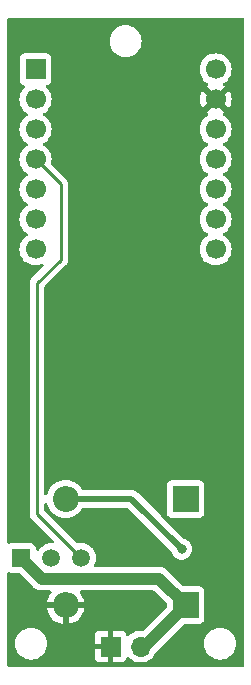
<source format=gbr>
%TF.GenerationSoftware,KiCad,Pcbnew,7.0.9*%
%TF.CreationDate,2024-09-19T11:25:21-04:00*%
%TF.ProjectId,Module_PCB,4d6f6475-6c65-45f5-9043-422e6b696361,rev?*%
%TF.SameCoordinates,Original*%
%TF.FileFunction,Copper,L2,Bot*%
%TF.FilePolarity,Positive*%
%FSLAX46Y46*%
G04 Gerber Fmt 4.6, Leading zero omitted, Abs format (unit mm)*
G04 Created by KiCad (PCBNEW 7.0.9) date 2024-09-19 11:25:21*
%MOMM*%
%LPD*%
G01*
G04 APERTURE LIST*
%TA.AperFunction,ComponentPad*%
%ADD10R,2.200000X2.200000*%
%TD*%
%TA.AperFunction,ComponentPad*%
%ADD11O,2.200000X2.200000*%
%TD*%
%TA.AperFunction,ComponentPad*%
%ADD12R,1.500000X1.500000*%
%TD*%
%TA.AperFunction,ComponentPad*%
%ADD13C,1.500000*%
%TD*%
%TA.AperFunction,ComponentPad*%
%ADD14R,1.700000X1.700000*%
%TD*%
%TA.AperFunction,ComponentPad*%
%ADD15O,1.700000X1.700000*%
%TD*%
%TA.AperFunction,ComponentPad*%
%ADD16C,1.700000*%
%TD*%
%TA.AperFunction,ViaPad*%
%ADD17C,0.800000*%
%TD*%
%TA.AperFunction,Conductor*%
%ADD18C,0.500000*%
%TD*%
%TA.AperFunction,Conductor*%
%ADD19C,1.000000*%
%TD*%
%TA.AperFunction,Conductor*%
%ADD20C,0.250000*%
%TD*%
G04 APERTURE END LIST*
D10*
%TO.P,D1,1,K*%
%TO.N,Net-(D1-K)*%
X15080000Y-40750000D03*
D11*
%TO.P,D1,2,A*%
%TO.N,5V*%
X4920000Y-40750000D03*
%TD*%
D12*
%TO.P,Q1,1,E*%
%TO.N,Net-(D2-K)*%
X1170000Y-45750000D03*
D13*
%TO.P,Q1,2,C*%
%TO.N,5V*%
X3710000Y-45750000D03*
%TO.P,Q1,3,B*%
%TO.N,VALVE*%
X6250000Y-45750000D03*
%TD*%
D14*
%TO.P,J3,1,Pin_1*%
%TO.N,GND*%
X8725000Y-53250000D03*
D15*
%TO.P,J3,2,Pin_2*%
%TO.N,Net-(D2-K)*%
X11265000Y-53250000D03*
%TD*%
D10*
%TO.P,D2,1,K*%
%TO.N,Net-(D2-K)*%
X15080000Y-49750000D03*
D11*
%TO.P,D2,2,A*%
%TO.N,GND*%
X4920000Y-49750000D03*
%TD*%
D14*
%TO.P,U1,1,PA02_A0_D0*%
%TO.N,unconnected-(U1-PA02_A0_D0-Pad1)*%
X2375000Y-4380000D03*
D16*
%TO.P,U1,2,PA4_A1_D1*%
%TO.N,unconnected-(U1-PA4_A1_D1-Pad2)*%
X2375000Y-6920000D03*
%TO.P,U1,3,PA10_A2_D2*%
%TO.N,unconnected-(U1-PA10_A2_D2-Pad3)*%
X2375000Y-9460000D03*
%TO.P,U1,4,PA11_A3_D3*%
%TO.N,VALVE*%
X2375000Y-12000000D03*
%TO.P,U1,5,PA8_A4_D4_SDA*%
%TO.N,SDA*%
X2375000Y-14540000D03*
%TO.P,U1,6,PA9_A5_D5_SCL*%
%TO.N,SCL*%
X2375000Y-17080000D03*
%TO.P,U1,7,PB08_A6_D6_TX*%
%TO.N,unconnected-(U1-PB08_A6_D6_TX-Pad7)*%
X2375000Y-19620000D03*
%TO.P,U1,8,PB09_A7_D7_RX*%
%TO.N,unconnected-(U1-PB09_A7_D7_RX-Pad8)*%
X17625000Y-19620000D03*
%TO.P,U1,9,PA7_A8_D8_SCK*%
%TO.N,unconnected-(U1-PA7_A8_D8_SCK-Pad9)*%
X17625000Y-17080000D03*
%TO.P,U1,10,PA5_A9_D9_MISO*%
%TO.N,D9_BUFFERED*%
X17625000Y-14540000D03*
%TO.P,U1,11,PA6_A10_D10_MOSI*%
%TO.N,D10_BUFFERED*%
X17625000Y-12000000D03*
%TO.P,U1,12,3V3*%
%TO.N,unconnected-(U1-3V3-Pad12)*%
X17625000Y-9460000D03*
%TO.P,U1,13,GND*%
%TO.N,GND*%
X17625000Y-6920000D03*
%TO.P,U1,14,5V*%
%TO.N,Net-(D1-K)*%
X17625000Y-4380000D03*
%TD*%
D17*
%TO.N,5V*%
X14750000Y-45000000D03*
%TO.N,GND*%
X5000000Y-2500000D03*
X17500000Y-50000000D03*
X12500000Y-12500000D03*
X17500000Y-22500000D03*
X12500000Y-22500000D03*
X15000000Y-2500000D03*
X17500000Y-32500000D03*
X7500000Y-22500000D03*
X2500000Y-49750000D03*
X7000000Y-42500000D03*
X5000000Y-12500000D03*
X12500000Y-32500000D03*
%TD*%
D18*
%TO.N,5V*%
X14750000Y-45000000D02*
X10500000Y-40750000D01*
X10500000Y-40750000D02*
X4920000Y-40750000D01*
D19*
%TO.N,Net-(D2-K)*%
X12830000Y-47500000D02*
X15080000Y-49750000D01*
X2920000Y-47500000D02*
X12830000Y-47500000D01*
X11580000Y-53250000D02*
X15080000Y-49750000D01*
D18*
X15080000Y-49750000D02*
X14765000Y-49750000D01*
D19*
X1170000Y-45750000D02*
X2920000Y-47500000D01*
X11265000Y-53250000D02*
X11580000Y-53250000D01*
D20*
%TO.N,VALVE*%
X2500000Y-22500000D02*
X2500000Y-42000000D01*
X2500000Y-42000000D02*
X6250000Y-45750000D01*
X4500000Y-20500000D02*
X2500000Y-22500000D01*
X2375000Y-12000000D02*
X4500000Y-14125000D01*
X4500000Y-14125000D02*
X4500000Y-20500000D01*
%TD*%
%TA.AperFunction,Conductor*%
%TO.N,GND*%
G36*
X19942539Y-20185D02*
G01*
X19988294Y-72989D01*
X19999500Y-124500D01*
X19999500Y-54875500D01*
X19979815Y-54942539D01*
X19927011Y-54988294D01*
X19875500Y-54999500D01*
X124500Y-54999500D01*
X57461Y-54979815D01*
X11706Y-54927011D01*
X500Y-54875500D01*
X500Y-53000000D01*
X644341Y-53000000D01*
X664936Y-53235403D01*
X664938Y-53235413D01*
X726094Y-53463655D01*
X726096Y-53463659D01*
X726097Y-53463663D01*
X776031Y-53570746D01*
X825964Y-53677828D01*
X825965Y-53677830D01*
X961505Y-53871402D01*
X1128597Y-54038494D01*
X1322169Y-54174034D01*
X1322171Y-54174035D01*
X1536337Y-54273903D01*
X1764592Y-54335063D01*
X1941034Y-54350500D01*
X2058966Y-54350500D01*
X2235408Y-54335063D01*
X2463663Y-54273903D01*
X2677829Y-54174035D01*
X2871401Y-54038495D01*
X3038495Y-53871401D01*
X3174035Y-53677830D01*
X3273903Y-53463663D01*
X3335063Y-53235408D01*
X3355659Y-53000000D01*
X3335063Y-52764592D01*
X3273903Y-52536337D01*
X3174035Y-52322171D01*
X3174034Y-52322169D01*
X3038494Y-52128597D01*
X2871402Y-51961505D01*
X2677830Y-51825965D01*
X2677828Y-51825964D01*
X2570746Y-51776031D01*
X2463663Y-51726097D01*
X2463659Y-51726096D01*
X2463655Y-51726094D01*
X2235413Y-51664938D01*
X2235403Y-51664936D01*
X2058966Y-51649500D01*
X1941034Y-51649500D01*
X1764596Y-51664936D01*
X1764586Y-51664938D01*
X1536344Y-51726094D01*
X1536335Y-51726098D01*
X1322171Y-51825964D01*
X1322169Y-51825965D01*
X1128597Y-51961505D01*
X961506Y-52128597D01*
X961501Y-52128604D01*
X825967Y-52322165D01*
X825965Y-52322169D01*
X726098Y-52536335D01*
X726094Y-52536344D01*
X664938Y-52764586D01*
X664936Y-52764596D01*
X644341Y-52999999D01*
X644341Y-53000000D01*
X500Y-53000000D01*
X500Y-47056045D01*
X20185Y-46989006D01*
X72989Y-46943251D01*
X142147Y-46933307D01*
X168804Y-46942184D01*
X169359Y-46940697D01*
X234677Y-46965058D01*
X312517Y-46994091D01*
X372127Y-47000500D01*
X954216Y-47000499D01*
X1021255Y-47020183D01*
X1041897Y-47036818D01*
X2203566Y-48198487D01*
X2264938Y-48263050D01*
X2264941Y-48263053D01*
X2315281Y-48298092D01*
X2319043Y-48300928D01*
X2366587Y-48339694D01*
X2366590Y-48339695D01*
X2366593Y-48339698D01*
X2397045Y-48355604D01*
X2403758Y-48359672D01*
X2431951Y-48379295D01*
X2488329Y-48403489D01*
X2492578Y-48405507D01*
X2546951Y-48433909D01*
X2574489Y-48441788D01*
X2579974Y-48443358D01*
X2587368Y-48445990D01*
X2618942Y-48459540D01*
X2618945Y-48459540D01*
X2618946Y-48459541D01*
X2679022Y-48471887D01*
X2683600Y-48473010D01*
X2697501Y-48476987D01*
X2742582Y-48489887D01*
X2776839Y-48492495D01*
X2784614Y-48493586D01*
X2818255Y-48500500D01*
X2818259Y-48500500D01*
X2879599Y-48500500D01*
X2884305Y-48500678D01*
X2919063Y-48503325D01*
X2945476Y-48505337D01*
X2945476Y-48505336D01*
X2945477Y-48505337D01*
X2979560Y-48500996D01*
X2987390Y-48500500D01*
X3614057Y-48500500D01*
X3681096Y-48520185D01*
X3726851Y-48572989D01*
X3736795Y-48642147D01*
X3708347Y-48705032D01*
X3621571Y-48806632D01*
X3621568Y-48806637D01*
X3489980Y-49021368D01*
X3393603Y-49254043D01*
X3334811Y-49498932D01*
X3334728Y-49499999D01*
X3334729Y-49500000D01*
X4425148Y-49500000D01*
X4376441Y-49637047D01*
X4366123Y-49787886D01*
X4396884Y-49935915D01*
X4430090Y-50000000D01*
X3334728Y-50000000D01*
X3334811Y-50001067D01*
X3393603Y-50245956D01*
X3489980Y-50478631D01*
X3621568Y-50693362D01*
X3621571Y-50693367D01*
X3785130Y-50884869D01*
X3976632Y-51048428D01*
X3976637Y-51048431D01*
X4191368Y-51180019D01*
X4424043Y-51276396D01*
X4668932Y-51335188D01*
X4669999Y-51335271D01*
X4670000Y-51335271D01*
X4670000Y-50241683D01*
X4698819Y-50259209D01*
X4844404Y-50300000D01*
X4957622Y-50300000D01*
X5069783Y-50284584D01*
X5170000Y-50241053D01*
X5170000Y-51335271D01*
X5171067Y-51335188D01*
X5415956Y-51276396D01*
X5648631Y-51180019D01*
X5863362Y-51048431D01*
X5863367Y-51048428D01*
X6054869Y-50884869D01*
X6218428Y-50693367D01*
X6218431Y-50693362D01*
X6350019Y-50478631D01*
X6446396Y-50245956D01*
X6505188Y-50001067D01*
X6505272Y-50000000D01*
X5414852Y-50000000D01*
X5463559Y-49862953D01*
X5473877Y-49712114D01*
X5443116Y-49564085D01*
X5409910Y-49500000D01*
X6505271Y-49500000D01*
X6505271Y-49499999D01*
X6505188Y-49498932D01*
X6446396Y-49254043D01*
X6350019Y-49021368D01*
X6218431Y-48806637D01*
X6218428Y-48806632D01*
X6131653Y-48705032D01*
X6103082Y-48641271D01*
X6113519Y-48572185D01*
X6159650Y-48519709D01*
X6225943Y-48500500D01*
X12364217Y-48500500D01*
X12431256Y-48520185D01*
X12451898Y-48536819D01*
X13443181Y-49528102D01*
X13476666Y-49589425D01*
X13479500Y-49615783D01*
X13479500Y-49884216D01*
X13459815Y-49951255D01*
X13443181Y-49971897D01*
X11541050Y-51874028D01*
X11479727Y-51907513D01*
X11442562Y-51909875D01*
X11265002Y-51894341D01*
X11264999Y-51894341D01*
X11029596Y-51914936D01*
X11029586Y-51914938D01*
X10801344Y-51976094D01*
X10801335Y-51976098D01*
X10587171Y-52075964D01*
X10587169Y-52075965D01*
X10393600Y-52211503D01*
X10271284Y-52333819D01*
X10209961Y-52367303D01*
X10140269Y-52362319D01*
X10084336Y-52320447D01*
X10067421Y-52289470D01*
X10018354Y-52157913D01*
X10018350Y-52157906D01*
X9932190Y-52042812D01*
X9932187Y-52042809D01*
X9817093Y-51956649D01*
X9817086Y-51956645D01*
X9682379Y-51906403D01*
X9682372Y-51906401D01*
X9622844Y-51900000D01*
X8975000Y-51900000D01*
X8975000Y-52814498D01*
X8867315Y-52765320D01*
X8760763Y-52750000D01*
X8689237Y-52750000D01*
X8582685Y-52765320D01*
X8475000Y-52814498D01*
X8475000Y-51900000D01*
X7827155Y-51900000D01*
X7767627Y-51906401D01*
X7767620Y-51906403D01*
X7632913Y-51956645D01*
X7632906Y-51956649D01*
X7517812Y-52042809D01*
X7517809Y-52042812D01*
X7431649Y-52157906D01*
X7431645Y-52157913D01*
X7381403Y-52292620D01*
X7381401Y-52292627D01*
X7375000Y-52352155D01*
X7375000Y-53000000D01*
X8291314Y-53000000D01*
X8265507Y-53040156D01*
X8225000Y-53178111D01*
X8225000Y-53321889D01*
X8265507Y-53459844D01*
X8291314Y-53500000D01*
X7375000Y-53500000D01*
X7375000Y-54147844D01*
X7381401Y-54207372D01*
X7381403Y-54207379D01*
X7431645Y-54342086D01*
X7431649Y-54342093D01*
X7517809Y-54457187D01*
X7517812Y-54457190D01*
X7632906Y-54543350D01*
X7632913Y-54543354D01*
X7767620Y-54593596D01*
X7767627Y-54593598D01*
X7827155Y-54599999D01*
X7827172Y-54600000D01*
X8475000Y-54600000D01*
X8475000Y-53685501D01*
X8582685Y-53734680D01*
X8689237Y-53750000D01*
X8760763Y-53750000D01*
X8867315Y-53734680D01*
X8975000Y-53685501D01*
X8975000Y-54600000D01*
X9622828Y-54600000D01*
X9622844Y-54599999D01*
X9682372Y-54593598D01*
X9682379Y-54593596D01*
X9817086Y-54543354D01*
X9817093Y-54543350D01*
X9932187Y-54457190D01*
X9932190Y-54457187D01*
X10018350Y-54342093D01*
X10018354Y-54342086D01*
X10067422Y-54210529D01*
X10109293Y-54154595D01*
X10174757Y-54130178D01*
X10243030Y-54145030D01*
X10271285Y-54166181D01*
X10393599Y-54288495D01*
X10460102Y-54335061D01*
X10587165Y-54424032D01*
X10587167Y-54424033D01*
X10587170Y-54424035D01*
X10801337Y-54523903D01*
X11029592Y-54585063D01*
X11200319Y-54600000D01*
X11264999Y-54605659D01*
X11265000Y-54605659D01*
X11265001Y-54605659D01*
X11329681Y-54600000D01*
X11500408Y-54585063D01*
X11728663Y-54523903D01*
X11942830Y-54424035D01*
X12136401Y-54288495D01*
X12303495Y-54121401D01*
X12439035Y-53927830D01*
X12536345Y-53719148D01*
X12561042Y-53683877D01*
X13244919Y-53000000D01*
X16644341Y-53000000D01*
X16664936Y-53235403D01*
X16664938Y-53235413D01*
X16726094Y-53463655D01*
X16726096Y-53463659D01*
X16726097Y-53463663D01*
X16776031Y-53570746D01*
X16825964Y-53677828D01*
X16825965Y-53677830D01*
X16961505Y-53871402D01*
X17128597Y-54038494D01*
X17322169Y-54174034D01*
X17322171Y-54174035D01*
X17536337Y-54273903D01*
X17764592Y-54335063D01*
X17941034Y-54350500D01*
X18058966Y-54350500D01*
X18235408Y-54335063D01*
X18463663Y-54273903D01*
X18677829Y-54174035D01*
X18871401Y-54038495D01*
X19038495Y-53871401D01*
X19174035Y-53677830D01*
X19273903Y-53463663D01*
X19335063Y-53235408D01*
X19355659Y-53000000D01*
X19335063Y-52764592D01*
X19273903Y-52536337D01*
X19174035Y-52322171D01*
X19174034Y-52322169D01*
X19038494Y-52128597D01*
X18871402Y-51961505D01*
X18677830Y-51825965D01*
X18677828Y-51825964D01*
X18570746Y-51776031D01*
X18463663Y-51726097D01*
X18463659Y-51726096D01*
X18463655Y-51726094D01*
X18235413Y-51664938D01*
X18235403Y-51664936D01*
X18058966Y-51649500D01*
X17941034Y-51649500D01*
X17764596Y-51664936D01*
X17764586Y-51664938D01*
X17536344Y-51726094D01*
X17536335Y-51726098D01*
X17322171Y-51825964D01*
X17322169Y-51825965D01*
X17128597Y-51961505D01*
X16961506Y-52128597D01*
X16961501Y-52128604D01*
X16825967Y-52322165D01*
X16825965Y-52322169D01*
X16726098Y-52536335D01*
X16726094Y-52536344D01*
X16664938Y-52764586D01*
X16664936Y-52764596D01*
X16644341Y-52999999D01*
X16644341Y-53000000D01*
X13244919Y-53000000D01*
X14858102Y-51386818D01*
X14919425Y-51353333D01*
X14945783Y-51350499D01*
X16227871Y-51350499D01*
X16227872Y-51350499D01*
X16287483Y-51344091D01*
X16422331Y-51293796D01*
X16537546Y-51207546D01*
X16623796Y-51092331D01*
X16674091Y-50957483D01*
X16680500Y-50897873D01*
X16680499Y-48602128D01*
X16674091Y-48542517D01*
X16665584Y-48519709D01*
X16623797Y-48407671D01*
X16623793Y-48407664D01*
X16537547Y-48292455D01*
X16537544Y-48292452D01*
X16422335Y-48206206D01*
X16422328Y-48206202D01*
X16287482Y-48155908D01*
X16287483Y-48155908D01*
X16227883Y-48149501D01*
X16227881Y-48149500D01*
X16227873Y-48149500D01*
X16227865Y-48149500D01*
X14945782Y-48149500D01*
X14878743Y-48129815D01*
X14858101Y-48113181D01*
X13546452Y-46801532D01*
X13485061Y-46736949D01*
X13485060Y-46736948D01*
X13485059Y-46736947D01*
X13457204Y-46717559D01*
X13434709Y-46701902D01*
X13430946Y-46699064D01*
X13383413Y-46660305D01*
X13383406Y-46660300D01*
X13352959Y-46644397D01*
X13346251Y-46640334D01*
X13318049Y-46620705D01*
X13318046Y-46620703D01*
X13318045Y-46620703D01*
X13318041Y-46620701D01*
X13261680Y-46596514D01*
X13257424Y-46594493D01*
X13203057Y-46566094D01*
X13203050Y-46566091D01*
X13203049Y-46566091D01*
X13197008Y-46564362D01*
X13170030Y-46556642D01*
X13162630Y-46554008D01*
X13131057Y-46540459D01*
X13131058Y-46540459D01*
X13070966Y-46528109D01*
X13066391Y-46526986D01*
X13007420Y-46510113D01*
X13007425Y-46510113D01*
X12973158Y-46507503D01*
X12965380Y-46506412D01*
X12931742Y-46499500D01*
X12931741Y-46499500D01*
X12870402Y-46499500D01*
X12865695Y-46499321D01*
X12860121Y-46498896D01*
X12804524Y-46494662D01*
X12784589Y-46497201D01*
X12770440Y-46499003D01*
X12762611Y-46499500D01*
X7474918Y-46499500D01*
X7407879Y-46479815D01*
X7362124Y-46427011D01*
X7352180Y-46357853D01*
X7362536Y-46323095D01*
X7429575Y-46179330D01*
X7486207Y-45967977D01*
X7505277Y-45750000D01*
X7486207Y-45532023D01*
X7429575Y-45320670D01*
X7337102Y-45122362D01*
X7337100Y-45122359D01*
X7337099Y-45122357D01*
X7211599Y-44943124D01*
X7160991Y-44892516D01*
X7056877Y-44788402D01*
X6877639Y-44662898D01*
X6877640Y-44662898D01*
X6877638Y-44662897D01*
X6778484Y-44616661D01*
X6679330Y-44570425D01*
X6679326Y-44570424D01*
X6679322Y-44570422D01*
X6467977Y-44513793D01*
X6250002Y-44494723D01*
X6249998Y-44494723D01*
X6122151Y-44505908D01*
X6032023Y-44513793D01*
X6032021Y-44513793D01*
X6032017Y-44513794D01*
X5995774Y-44523505D01*
X5925924Y-44521841D01*
X5876001Y-44491411D01*
X3161819Y-41777228D01*
X3128334Y-41715905D01*
X3125500Y-41689547D01*
X3125500Y-41179034D01*
X3145185Y-41111995D01*
X3197989Y-41066240D01*
X3267147Y-41056296D01*
X3330703Y-41085321D01*
X3368477Y-41144099D01*
X3370074Y-41150087D01*
X3393126Y-41246110D01*
X3489533Y-41478859D01*
X3621160Y-41693653D01*
X3621161Y-41693656D01*
X3621164Y-41693659D01*
X3784776Y-41885224D01*
X3930652Y-42009814D01*
X3976343Y-42048838D01*
X3976346Y-42048839D01*
X4191140Y-42180466D01*
X4359948Y-42250388D01*
X4423889Y-42276873D01*
X4668852Y-42335683D01*
X4920000Y-42355449D01*
X5171148Y-42335683D01*
X5416111Y-42276873D01*
X5648859Y-42180466D01*
X5863659Y-42048836D01*
X6055224Y-41885224D01*
X6218836Y-41693659D01*
X6300920Y-41559710D01*
X6352731Y-41512835D01*
X6406647Y-41500500D01*
X10137770Y-41500500D01*
X10204809Y-41520185D01*
X10225451Y-41536819D01*
X13837228Y-45148595D01*
X13867478Y-45197958D01*
X13922818Y-45368277D01*
X13922821Y-45368284D01*
X14017467Y-45532216D01*
X14105762Y-45630277D01*
X14144129Y-45672888D01*
X14297265Y-45784148D01*
X14297270Y-45784151D01*
X14470192Y-45861142D01*
X14470197Y-45861144D01*
X14655354Y-45900500D01*
X14655355Y-45900500D01*
X14844644Y-45900500D01*
X14844646Y-45900500D01*
X15029803Y-45861144D01*
X15202730Y-45784151D01*
X15355871Y-45672888D01*
X15482533Y-45532216D01*
X15577179Y-45368284D01*
X15635674Y-45188256D01*
X15655460Y-45000000D01*
X15635674Y-44811744D01*
X15577179Y-44631716D01*
X15482533Y-44467784D01*
X15355871Y-44327112D01*
X15307797Y-44292184D01*
X15202734Y-44215851D01*
X15202729Y-44215848D01*
X15029807Y-44138857D01*
X15029802Y-44138855D01*
X14964669Y-44125011D01*
X14903187Y-44091818D01*
X14902769Y-44091402D01*
X12991833Y-42180466D01*
X12709237Y-41897870D01*
X13479500Y-41897870D01*
X13479501Y-41897876D01*
X13485908Y-41957483D01*
X13536202Y-42092328D01*
X13536206Y-42092335D01*
X13622452Y-42207544D01*
X13622455Y-42207547D01*
X13737664Y-42293793D01*
X13737671Y-42293797D01*
X13872517Y-42344091D01*
X13872516Y-42344091D01*
X13879444Y-42344835D01*
X13932127Y-42350500D01*
X16227872Y-42350499D01*
X16287483Y-42344091D01*
X16422331Y-42293796D01*
X16537546Y-42207546D01*
X16623796Y-42092331D01*
X16674091Y-41957483D01*
X16680500Y-41897873D01*
X16680499Y-39602128D01*
X16674091Y-39542517D01*
X16640017Y-39451161D01*
X16623797Y-39407671D01*
X16623793Y-39407664D01*
X16537547Y-39292455D01*
X16537544Y-39292452D01*
X16422335Y-39206206D01*
X16422328Y-39206202D01*
X16287482Y-39155908D01*
X16287483Y-39155908D01*
X16227883Y-39149501D01*
X16227881Y-39149500D01*
X16227873Y-39149500D01*
X16227864Y-39149500D01*
X13932129Y-39149500D01*
X13932123Y-39149501D01*
X13872516Y-39155908D01*
X13737671Y-39206202D01*
X13737664Y-39206206D01*
X13622455Y-39292452D01*
X13622452Y-39292455D01*
X13536206Y-39407664D01*
X13536202Y-39407671D01*
X13485908Y-39542517D01*
X13479501Y-39602116D01*
X13479501Y-39602123D01*
X13479500Y-39602135D01*
X13479500Y-41897870D01*
X12709237Y-41897870D01*
X11075729Y-40264361D01*
X11063949Y-40250730D01*
X11056482Y-40240701D01*
X11049612Y-40231472D01*
X11049610Y-40231470D01*
X11009587Y-40197886D01*
X11005612Y-40194244D01*
X11002690Y-40191322D01*
X10999780Y-40188411D01*
X10974040Y-40168059D01*
X10915209Y-40118694D01*
X10909180Y-40114729D01*
X10909212Y-40114680D01*
X10902853Y-40110628D01*
X10902822Y-40110679D01*
X10896680Y-40106891D01*
X10896678Y-40106890D01*
X10896677Y-40106889D01*
X10857474Y-40088608D01*
X10827058Y-40074424D01*
X10792894Y-40057267D01*
X10758433Y-40039960D01*
X10758431Y-40039959D01*
X10758430Y-40039959D01*
X10751645Y-40037489D01*
X10751665Y-40037433D01*
X10744549Y-40034959D01*
X10744531Y-40035015D01*
X10737671Y-40032742D01*
X10709841Y-40026996D01*
X10662434Y-40017207D01*
X10613472Y-40005603D01*
X10587719Y-39999499D01*
X10580547Y-39998661D01*
X10580553Y-39998601D01*
X10573055Y-39997835D01*
X10573050Y-39997895D01*
X10565860Y-39997265D01*
X10489083Y-39999500D01*
X6406647Y-39999500D01*
X6339608Y-39979815D01*
X6300919Y-39940289D01*
X6218837Y-39806343D01*
X6218836Y-39806341D01*
X6055224Y-39614776D01*
X5928571Y-39506604D01*
X5863656Y-39451161D01*
X5863653Y-39451160D01*
X5648859Y-39319533D01*
X5416110Y-39223126D01*
X5171151Y-39164317D01*
X4920000Y-39144551D01*
X4668848Y-39164317D01*
X4423889Y-39223126D01*
X4191140Y-39319533D01*
X3976346Y-39451160D01*
X3976343Y-39451161D01*
X3784776Y-39614776D01*
X3621161Y-39806343D01*
X3621160Y-39806346D01*
X3489533Y-40021140D01*
X3393126Y-40253889D01*
X3370074Y-40349912D01*
X3335283Y-40410504D01*
X3273257Y-40442668D01*
X3203688Y-40436192D01*
X3148664Y-40393133D01*
X3125655Y-40327160D01*
X3125500Y-40320965D01*
X3125500Y-22810452D01*
X3145185Y-22743413D01*
X3161819Y-22722771D01*
X3885391Y-21999199D01*
X4883788Y-21000801D01*
X4896042Y-20990986D01*
X4895859Y-20990764D01*
X4901866Y-20985792D01*
X4901877Y-20985786D01*
X4932775Y-20952882D01*
X4949227Y-20935364D01*
X4959671Y-20924918D01*
X4970120Y-20914471D01*
X4974379Y-20908978D01*
X4978152Y-20904561D01*
X5010062Y-20870582D01*
X5019713Y-20853024D01*
X5030396Y-20836761D01*
X5042673Y-20820936D01*
X5061185Y-20778153D01*
X5063738Y-20772941D01*
X5086197Y-20732092D01*
X5091180Y-20712680D01*
X5097481Y-20694280D01*
X5105437Y-20675896D01*
X5112729Y-20629852D01*
X5113906Y-20624171D01*
X5125500Y-20579019D01*
X5125500Y-20558983D01*
X5127027Y-20539582D01*
X5130160Y-20519804D01*
X5125775Y-20473415D01*
X5125500Y-20467577D01*
X5125500Y-19620000D01*
X16269341Y-19620000D01*
X16289936Y-19855403D01*
X16289938Y-19855413D01*
X16351094Y-20083655D01*
X16351096Y-20083659D01*
X16351097Y-20083663D01*
X16424422Y-20240909D01*
X16450965Y-20297830D01*
X16450967Y-20297834D01*
X16559281Y-20452521D01*
X16586505Y-20491401D01*
X16753599Y-20658495D01*
X16830996Y-20712689D01*
X16947165Y-20794032D01*
X16947167Y-20794033D01*
X16947170Y-20794035D01*
X17161337Y-20893903D01*
X17389592Y-20955063D01*
X17577918Y-20971539D01*
X17624999Y-20975659D01*
X17625000Y-20975659D01*
X17625001Y-20975659D01*
X17664234Y-20972226D01*
X17860408Y-20955063D01*
X18088663Y-20893903D01*
X18302830Y-20794035D01*
X18496401Y-20658495D01*
X18663495Y-20491401D01*
X18799035Y-20297830D01*
X18898903Y-20083663D01*
X18960063Y-19855408D01*
X18980659Y-19620000D01*
X18960063Y-19384592D01*
X18898903Y-19156337D01*
X18799035Y-18942171D01*
X18663495Y-18748599D01*
X18663494Y-18748597D01*
X18496402Y-18581506D01*
X18496396Y-18581501D01*
X18310842Y-18451575D01*
X18267217Y-18396998D01*
X18260023Y-18327500D01*
X18291546Y-18265145D01*
X18310842Y-18248425D01*
X18333026Y-18232891D01*
X18496401Y-18118495D01*
X18663495Y-17951401D01*
X18799035Y-17757830D01*
X18898903Y-17543663D01*
X18960063Y-17315408D01*
X18980659Y-17080000D01*
X18960063Y-16844592D01*
X18898903Y-16616337D01*
X18799035Y-16402171D01*
X18663495Y-16208599D01*
X18663494Y-16208597D01*
X18496402Y-16041506D01*
X18496396Y-16041501D01*
X18310842Y-15911575D01*
X18267217Y-15856998D01*
X18260023Y-15787500D01*
X18291546Y-15725145D01*
X18310842Y-15708425D01*
X18333026Y-15692891D01*
X18496401Y-15578495D01*
X18663495Y-15411401D01*
X18799035Y-15217830D01*
X18898903Y-15003663D01*
X18960063Y-14775408D01*
X18980659Y-14540000D01*
X18960063Y-14304592D01*
X18909312Y-14115185D01*
X18898905Y-14076344D01*
X18898904Y-14076343D01*
X18898903Y-14076337D01*
X18799035Y-13862171D01*
X18789790Y-13848967D01*
X18663494Y-13668597D01*
X18496402Y-13501506D01*
X18496396Y-13501501D01*
X18310842Y-13371575D01*
X18267217Y-13316998D01*
X18260023Y-13247500D01*
X18291546Y-13185145D01*
X18310842Y-13168425D01*
X18333026Y-13152891D01*
X18496401Y-13038495D01*
X18663495Y-12871401D01*
X18799035Y-12677830D01*
X18898903Y-12463663D01*
X18960063Y-12235408D01*
X18980659Y-12000000D01*
X18960063Y-11764592D01*
X18898903Y-11536337D01*
X18799035Y-11322171D01*
X18663495Y-11128599D01*
X18663494Y-11128597D01*
X18496402Y-10961506D01*
X18496396Y-10961501D01*
X18310842Y-10831575D01*
X18267217Y-10776998D01*
X18260023Y-10707500D01*
X18291546Y-10645145D01*
X18310842Y-10628425D01*
X18333026Y-10612891D01*
X18496401Y-10498495D01*
X18663495Y-10331401D01*
X18799035Y-10137830D01*
X18898903Y-9923663D01*
X18960063Y-9695408D01*
X18980659Y-9460000D01*
X18960063Y-9224592D01*
X18898903Y-8996337D01*
X18799035Y-8782171D01*
X18663495Y-8588599D01*
X18663494Y-8588597D01*
X18496402Y-8421506D01*
X18496401Y-8421505D01*
X18310405Y-8291269D01*
X18266781Y-8236692D01*
X18259588Y-8167193D01*
X18291110Y-8104839D01*
X18310405Y-8088119D01*
X18386373Y-8034925D01*
X17757533Y-7406086D01*
X17767315Y-7404680D01*
X17898100Y-7344952D01*
X18006761Y-7250798D01*
X18084493Y-7129844D01*
X18108076Y-7049524D01*
X18739925Y-7681373D01*
X18739926Y-7681373D01*
X18798598Y-7597582D01*
X18798600Y-7597578D01*
X18898429Y-7383492D01*
X18898433Y-7383483D01*
X18959567Y-7155326D01*
X18959569Y-7155315D01*
X18980157Y-6920001D01*
X18980157Y-6919998D01*
X18959569Y-6684684D01*
X18959567Y-6684673D01*
X18898433Y-6456516D01*
X18898429Y-6456507D01*
X18798600Y-6242423D01*
X18798599Y-6242421D01*
X18739925Y-6158626D01*
X18739925Y-6158625D01*
X18108076Y-6790475D01*
X18084493Y-6710156D01*
X18006761Y-6589202D01*
X17898100Y-6495048D01*
X17767315Y-6435320D01*
X17757533Y-6433913D01*
X18386373Y-5805073D01*
X18386373Y-5805072D01*
X18310405Y-5751880D01*
X18266780Y-5697304D01*
X18259586Y-5627805D01*
X18291108Y-5565451D01*
X18310399Y-5548734D01*
X18496401Y-5418495D01*
X18663495Y-5251401D01*
X18799035Y-5057830D01*
X18898903Y-4843663D01*
X18960063Y-4615408D01*
X18980659Y-4380000D01*
X18960063Y-4144592D01*
X18898903Y-3916337D01*
X18799035Y-3702171D01*
X18663495Y-3508599D01*
X18663494Y-3508597D01*
X18496402Y-3341506D01*
X18496395Y-3341501D01*
X18302834Y-3205967D01*
X18302830Y-3205965D01*
X18234354Y-3174034D01*
X18088663Y-3106097D01*
X18088659Y-3106096D01*
X18088655Y-3106094D01*
X17860413Y-3044938D01*
X17860403Y-3044936D01*
X17625001Y-3024341D01*
X17624999Y-3024341D01*
X17389596Y-3044936D01*
X17389586Y-3044938D01*
X17161344Y-3106094D01*
X17161335Y-3106098D01*
X16947171Y-3205964D01*
X16947169Y-3205965D01*
X16753597Y-3341505D01*
X16586505Y-3508597D01*
X16450965Y-3702169D01*
X16450964Y-3702171D01*
X16351098Y-3916335D01*
X16351094Y-3916344D01*
X16289938Y-4144586D01*
X16289936Y-4144596D01*
X16269341Y-4379999D01*
X16269341Y-4380000D01*
X16289936Y-4615403D01*
X16289938Y-4615413D01*
X16351094Y-4843655D01*
X16351096Y-4843659D01*
X16351097Y-4843663D01*
X16450965Y-5057830D01*
X16450967Y-5057834D01*
X16559281Y-5212521D01*
X16586505Y-5251401D01*
X16753599Y-5418495D01*
X16939594Y-5548730D01*
X16983218Y-5603307D01*
X16990411Y-5672806D01*
X16958889Y-5735160D01*
X16939593Y-5751880D01*
X16863626Y-5805072D01*
X16863625Y-5805072D01*
X17492466Y-6433913D01*
X17482685Y-6435320D01*
X17351900Y-6495048D01*
X17243239Y-6589202D01*
X17165507Y-6710156D01*
X17141923Y-6790476D01*
X16510072Y-6158625D01*
X16451401Y-6242419D01*
X16351570Y-6456507D01*
X16351566Y-6456516D01*
X16290432Y-6684673D01*
X16290430Y-6684684D01*
X16269843Y-6919998D01*
X16269843Y-6920001D01*
X16290430Y-7155315D01*
X16290432Y-7155326D01*
X16351566Y-7383483D01*
X16351570Y-7383492D01*
X16451400Y-7597579D01*
X16451402Y-7597583D01*
X16510072Y-7681373D01*
X16510073Y-7681373D01*
X17141923Y-7049523D01*
X17165507Y-7129844D01*
X17243239Y-7250798D01*
X17351900Y-7344952D01*
X17482685Y-7404680D01*
X17492466Y-7406086D01*
X16863625Y-8034925D01*
X16939594Y-8088119D01*
X16983219Y-8142696D01*
X16990413Y-8212194D01*
X16958890Y-8274549D01*
X16939595Y-8291269D01*
X16753594Y-8421508D01*
X16586505Y-8588597D01*
X16450965Y-8782169D01*
X16450964Y-8782171D01*
X16351098Y-8996335D01*
X16351094Y-8996344D01*
X16289938Y-9224586D01*
X16289936Y-9224596D01*
X16269341Y-9459999D01*
X16269341Y-9460000D01*
X16289936Y-9695403D01*
X16289938Y-9695413D01*
X16351094Y-9923655D01*
X16351096Y-9923659D01*
X16351097Y-9923663D01*
X16450965Y-10137830D01*
X16450967Y-10137834D01*
X16586501Y-10331395D01*
X16586506Y-10331402D01*
X16753597Y-10498493D01*
X16753603Y-10498498D01*
X16939158Y-10628425D01*
X16982783Y-10683002D01*
X16989977Y-10752500D01*
X16958454Y-10814855D01*
X16939158Y-10831575D01*
X16753597Y-10961505D01*
X16586505Y-11128597D01*
X16450965Y-11322169D01*
X16450964Y-11322171D01*
X16351098Y-11536335D01*
X16351094Y-11536344D01*
X16289938Y-11764586D01*
X16289936Y-11764596D01*
X16269341Y-11999999D01*
X16269341Y-12000000D01*
X16289936Y-12235403D01*
X16289938Y-12235413D01*
X16351094Y-12463655D01*
X16351096Y-12463659D01*
X16351097Y-12463663D01*
X16450965Y-12677830D01*
X16450967Y-12677834D01*
X16586501Y-12871395D01*
X16586506Y-12871402D01*
X16753597Y-13038493D01*
X16753603Y-13038498D01*
X16939158Y-13168425D01*
X16982783Y-13223002D01*
X16989977Y-13292500D01*
X16958454Y-13354855D01*
X16939158Y-13371575D01*
X16753597Y-13501505D01*
X16586505Y-13668597D01*
X16450965Y-13862169D01*
X16450964Y-13862171D01*
X16351098Y-14076335D01*
X16351094Y-14076344D01*
X16289938Y-14304586D01*
X16289936Y-14304596D01*
X16269341Y-14539999D01*
X16269341Y-14540000D01*
X16289936Y-14775403D01*
X16289938Y-14775413D01*
X16351094Y-15003655D01*
X16351096Y-15003659D01*
X16351097Y-15003663D01*
X16386319Y-15079196D01*
X16450965Y-15217830D01*
X16450967Y-15217834D01*
X16586501Y-15411395D01*
X16586506Y-15411402D01*
X16753597Y-15578493D01*
X16753603Y-15578498D01*
X16939158Y-15708425D01*
X16982783Y-15763002D01*
X16989977Y-15832500D01*
X16958454Y-15894855D01*
X16939158Y-15911575D01*
X16753597Y-16041505D01*
X16586505Y-16208597D01*
X16450965Y-16402169D01*
X16450964Y-16402171D01*
X16351098Y-16616335D01*
X16351094Y-16616344D01*
X16289938Y-16844586D01*
X16289936Y-16844596D01*
X16269341Y-17079999D01*
X16269341Y-17080000D01*
X16289936Y-17315403D01*
X16289938Y-17315413D01*
X16351094Y-17543655D01*
X16351096Y-17543659D01*
X16351097Y-17543663D01*
X16386319Y-17619196D01*
X16450965Y-17757830D01*
X16450967Y-17757834D01*
X16586501Y-17951395D01*
X16586506Y-17951402D01*
X16753597Y-18118493D01*
X16753603Y-18118498D01*
X16939158Y-18248425D01*
X16982783Y-18303002D01*
X16989977Y-18372500D01*
X16958454Y-18434855D01*
X16939158Y-18451575D01*
X16753597Y-18581505D01*
X16586505Y-18748597D01*
X16450965Y-18942169D01*
X16450964Y-18942171D01*
X16351098Y-19156335D01*
X16351094Y-19156344D01*
X16289938Y-19384586D01*
X16289936Y-19384596D01*
X16269341Y-19619999D01*
X16269341Y-19620000D01*
X5125500Y-19620000D01*
X5125500Y-14207742D01*
X5127224Y-14192122D01*
X5126939Y-14192096D01*
X5127671Y-14184340D01*
X5127673Y-14184333D01*
X5125500Y-14115185D01*
X5125500Y-14085650D01*
X5124631Y-14078772D01*
X5124172Y-14072943D01*
X5122709Y-14026372D01*
X5117122Y-14007144D01*
X5113174Y-13988084D01*
X5110663Y-13968204D01*
X5093512Y-13924887D01*
X5091619Y-13919358D01*
X5078618Y-13874609D01*
X5078616Y-13874606D01*
X5068423Y-13857371D01*
X5059861Y-13839894D01*
X5052487Y-13821270D01*
X5052486Y-13821268D01*
X5025079Y-13783545D01*
X5021888Y-13778686D01*
X4998172Y-13738583D01*
X4998165Y-13738574D01*
X4984006Y-13724415D01*
X4971368Y-13709619D01*
X4959594Y-13693413D01*
X4929596Y-13668597D01*
X4923688Y-13663709D01*
X4919376Y-13659786D01*
X3715237Y-12455647D01*
X3681752Y-12394324D01*
X3683143Y-12335872D01*
X3710063Y-12235408D01*
X3730659Y-12000000D01*
X3710063Y-11764592D01*
X3648903Y-11536337D01*
X3549035Y-11322171D01*
X3413495Y-11128599D01*
X3413494Y-11128597D01*
X3246402Y-10961506D01*
X3246396Y-10961501D01*
X3060842Y-10831575D01*
X3017217Y-10776998D01*
X3010023Y-10707500D01*
X3041546Y-10645145D01*
X3060842Y-10628425D01*
X3083026Y-10612891D01*
X3246401Y-10498495D01*
X3413495Y-10331401D01*
X3549035Y-10137830D01*
X3648903Y-9923663D01*
X3710063Y-9695408D01*
X3730659Y-9460000D01*
X3710063Y-9224592D01*
X3648903Y-8996337D01*
X3549035Y-8782171D01*
X3413495Y-8588599D01*
X3413494Y-8588597D01*
X3246402Y-8421506D01*
X3246396Y-8421501D01*
X3060842Y-8291575D01*
X3017217Y-8236998D01*
X3010023Y-8167500D01*
X3041546Y-8105145D01*
X3060842Y-8088425D01*
X3137248Y-8034925D01*
X3246401Y-7958495D01*
X3413495Y-7791401D01*
X3549035Y-7597830D01*
X3648903Y-7383663D01*
X3710063Y-7155408D01*
X3730659Y-6920000D01*
X3710063Y-6684592D01*
X3648903Y-6456337D01*
X3549035Y-6242171D01*
X3490536Y-6158626D01*
X3413496Y-6048600D01*
X3413495Y-6048599D01*
X3291567Y-5926671D01*
X3258084Y-5865351D01*
X3263068Y-5795659D01*
X3304939Y-5739725D01*
X3335915Y-5722810D01*
X3467331Y-5673796D01*
X3582546Y-5587546D01*
X3668796Y-5472331D01*
X3719091Y-5337483D01*
X3725500Y-5277873D01*
X3725499Y-3482128D01*
X3719091Y-3422517D01*
X3692230Y-3350500D01*
X3668797Y-3287671D01*
X3668793Y-3287664D01*
X3582547Y-3172455D01*
X3582544Y-3172452D01*
X3467335Y-3086206D01*
X3467328Y-3086202D01*
X3332482Y-3035908D01*
X3332483Y-3035908D01*
X3272883Y-3029501D01*
X3272881Y-3029500D01*
X3272873Y-3029500D01*
X3272864Y-3029500D01*
X1477129Y-3029500D01*
X1477123Y-3029501D01*
X1417516Y-3035908D01*
X1282671Y-3086202D01*
X1282664Y-3086206D01*
X1167455Y-3172452D01*
X1167452Y-3172455D01*
X1081206Y-3287664D01*
X1081202Y-3287671D01*
X1030908Y-3422517D01*
X1024501Y-3482116D01*
X1024501Y-3482123D01*
X1024500Y-3482135D01*
X1024500Y-5277870D01*
X1024501Y-5277876D01*
X1030908Y-5337483D01*
X1081202Y-5472328D01*
X1081206Y-5472335D01*
X1167452Y-5587544D01*
X1167455Y-5587547D01*
X1282664Y-5673793D01*
X1282671Y-5673797D01*
X1414081Y-5722810D01*
X1470015Y-5764681D01*
X1494432Y-5830145D01*
X1479580Y-5898418D01*
X1458430Y-5926673D01*
X1336503Y-6048600D01*
X1200965Y-6242169D01*
X1200964Y-6242171D01*
X1101098Y-6456335D01*
X1101094Y-6456344D01*
X1039938Y-6684586D01*
X1039936Y-6684596D01*
X1019341Y-6919999D01*
X1019341Y-6920000D01*
X1039936Y-7155403D01*
X1039938Y-7155413D01*
X1101094Y-7383655D01*
X1101096Y-7383659D01*
X1101097Y-7383663D01*
X1200847Y-7597578D01*
X1200965Y-7597830D01*
X1200967Y-7597834D01*
X1336501Y-7791395D01*
X1336506Y-7791402D01*
X1503597Y-7958493D01*
X1503603Y-7958498D01*
X1689158Y-8088425D01*
X1732783Y-8143002D01*
X1739977Y-8212500D01*
X1708454Y-8274855D01*
X1689158Y-8291575D01*
X1503597Y-8421505D01*
X1336505Y-8588597D01*
X1200965Y-8782169D01*
X1200964Y-8782171D01*
X1101098Y-8996335D01*
X1101094Y-8996344D01*
X1039938Y-9224586D01*
X1039936Y-9224596D01*
X1019341Y-9459999D01*
X1019341Y-9460000D01*
X1039936Y-9695403D01*
X1039938Y-9695413D01*
X1101094Y-9923655D01*
X1101096Y-9923659D01*
X1101097Y-9923663D01*
X1200965Y-10137830D01*
X1200967Y-10137834D01*
X1336501Y-10331395D01*
X1336506Y-10331402D01*
X1503597Y-10498493D01*
X1503603Y-10498498D01*
X1689158Y-10628425D01*
X1732783Y-10683002D01*
X1739977Y-10752500D01*
X1708454Y-10814855D01*
X1689158Y-10831575D01*
X1503597Y-10961505D01*
X1336505Y-11128597D01*
X1200965Y-11322169D01*
X1200964Y-11322171D01*
X1101098Y-11536335D01*
X1101094Y-11536344D01*
X1039938Y-11764586D01*
X1039936Y-11764596D01*
X1019341Y-11999999D01*
X1019341Y-12000000D01*
X1039936Y-12235403D01*
X1039938Y-12235413D01*
X1101094Y-12463655D01*
X1101096Y-12463659D01*
X1101097Y-12463663D01*
X1200965Y-12677830D01*
X1200967Y-12677834D01*
X1336501Y-12871395D01*
X1336506Y-12871402D01*
X1503597Y-13038493D01*
X1503603Y-13038498D01*
X1689158Y-13168425D01*
X1732783Y-13223002D01*
X1739977Y-13292500D01*
X1708454Y-13354855D01*
X1689158Y-13371575D01*
X1503597Y-13501505D01*
X1336505Y-13668597D01*
X1200965Y-13862169D01*
X1200964Y-13862171D01*
X1101098Y-14076335D01*
X1101094Y-14076344D01*
X1039938Y-14304586D01*
X1039936Y-14304596D01*
X1019341Y-14539999D01*
X1019341Y-14540000D01*
X1039936Y-14775403D01*
X1039938Y-14775413D01*
X1101094Y-15003655D01*
X1101096Y-15003659D01*
X1101097Y-15003663D01*
X1136319Y-15079196D01*
X1200965Y-15217830D01*
X1200967Y-15217834D01*
X1336501Y-15411395D01*
X1336506Y-15411402D01*
X1503597Y-15578493D01*
X1503603Y-15578498D01*
X1689158Y-15708425D01*
X1732783Y-15763002D01*
X1739977Y-15832500D01*
X1708454Y-15894855D01*
X1689158Y-15911575D01*
X1503597Y-16041505D01*
X1336505Y-16208597D01*
X1200965Y-16402169D01*
X1200964Y-16402171D01*
X1101098Y-16616335D01*
X1101094Y-16616344D01*
X1039938Y-16844586D01*
X1039936Y-16844596D01*
X1019341Y-17079999D01*
X1019341Y-17080000D01*
X1039936Y-17315403D01*
X1039938Y-17315413D01*
X1101094Y-17543655D01*
X1101096Y-17543659D01*
X1101097Y-17543663D01*
X1136319Y-17619196D01*
X1200965Y-17757830D01*
X1200967Y-17757834D01*
X1336501Y-17951395D01*
X1336506Y-17951402D01*
X1503597Y-18118493D01*
X1503603Y-18118498D01*
X1689158Y-18248425D01*
X1732783Y-18303002D01*
X1739977Y-18372500D01*
X1708454Y-18434855D01*
X1689158Y-18451575D01*
X1503597Y-18581505D01*
X1336505Y-18748597D01*
X1200965Y-18942169D01*
X1200964Y-18942171D01*
X1101098Y-19156335D01*
X1101094Y-19156344D01*
X1039938Y-19384586D01*
X1039936Y-19384596D01*
X1019341Y-19619999D01*
X1019341Y-19620000D01*
X1039936Y-19855403D01*
X1039938Y-19855413D01*
X1101094Y-20083655D01*
X1101096Y-20083659D01*
X1101097Y-20083663D01*
X1174422Y-20240909D01*
X1200965Y-20297830D01*
X1200967Y-20297834D01*
X1309281Y-20452521D01*
X1336505Y-20491401D01*
X1503599Y-20658495D01*
X1580996Y-20712689D01*
X1697165Y-20794032D01*
X1697167Y-20794033D01*
X1697170Y-20794035D01*
X1911337Y-20893903D01*
X2139592Y-20955063D01*
X2327918Y-20971539D01*
X2374999Y-20975659D01*
X2375000Y-20975659D01*
X2375001Y-20975659D01*
X2414234Y-20972226D01*
X2610408Y-20955063D01*
X2838663Y-20893903D01*
X2918662Y-20856598D01*
X2987737Y-20846107D01*
X3051521Y-20874626D01*
X3089761Y-20933103D01*
X3090316Y-21002970D01*
X3058746Y-21056662D01*
X2116208Y-21999199D01*
X2103951Y-22009020D01*
X2104134Y-22009241D01*
X2098123Y-22014213D01*
X2050772Y-22064636D01*
X2029889Y-22085519D01*
X2029877Y-22085532D01*
X2025621Y-22091017D01*
X2021837Y-22095447D01*
X1989937Y-22129418D01*
X1989936Y-22129420D01*
X1980284Y-22146976D01*
X1969610Y-22163226D01*
X1957329Y-22179061D01*
X1957324Y-22179068D01*
X1938815Y-22221838D01*
X1936245Y-22227084D01*
X1913803Y-22267906D01*
X1908822Y-22287307D01*
X1902521Y-22305710D01*
X1894562Y-22324102D01*
X1894561Y-22324105D01*
X1887271Y-22370127D01*
X1886087Y-22375846D01*
X1874501Y-22420972D01*
X1874500Y-22420982D01*
X1874500Y-22441016D01*
X1872973Y-22460415D01*
X1869840Y-22480194D01*
X1869840Y-22480195D01*
X1874225Y-22526583D01*
X1874500Y-22532421D01*
X1874500Y-41917255D01*
X1872775Y-41932872D01*
X1873061Y-41932899D01*
X1872326Y-41940665D01*
X1874500Y-42009814D01*
X1874500Y-42039343D01*
X1874501Y-42039360D01*
X1875368Y-42046231D01*
X1875826Y-42052050D01*
X1877290Y-42098624D01*
X1877291Y-42098627D01*
X1882880Y-42117867D01*
X1886824Y-42136911D01*
X1889336Y-42156791D01*
X1906490Y-42200119D01*
X1908382Y-42205647D01*
X1921381Y-42250388D01*
X1931580Y-42267634D01*
X1940138Y-42285103D01*
X1947514Y-42303732D01*
X1974898Y-42341423D01*
X1978106Y-42346307D01*
X2001827Y-42386416D01*
X2001833Y-42386424D01*
X2015990Y-42400580D01*
X2028628Y-42415376D01*
X2040405Y-42431586D01*
X2040406Y-42431587D01*
X2076309Y-42461288D01*
X2080620Y-42465210D01*
X3706812Y-44091402D01*
X3907594Y-44292184D01*
X3941079Y-44353507D01*
X3936095Y-44423199D01*
X3894223Y-44479132D01*
X3828759Y-44503549D01*
X3809106Y-44503393D01*
X3710002Y-44494723D01*
X3709998Y-44494723D01*
X3582151Y-44505908D01*
X3492023Y-44513793D01*
X3492020Y-44513793D01*
X3280677Y-44570422D01*
X3280668Y-44570426D01*
X3082361Y-44662898D01*
X3082357Y-44662900D01*
X2903121Y-44788402D01*
X2748402Y-44943121D01*
X2646074Y-45089262D01*
X2591497Y-45132887D01*
X2521999Y-45140081D01*
X2459644Y-45108558D01*
X2424230Y-45048328D01*
X2420499Y-45018139D01*
X2420499Y-44952129D01*
X2420498Y-44952123D01*
X2419530Y-44943121D01*
X2414091Y-44892517D01*
X2363796Y-44757669D01*
X2363795Y-44757668D01*
X2363793Y-44757664D01*
X2277547Y-44642455D01*
X2277544Y-44642452D01*
X2162335Y-44556206D01*
X2162328Y-44556202D01*
X2027482Y-44505908D01*
X2027483Y-44505908D01*
X1967883Y-44499501D01*
X1967881Y-44499500D01*
X1967873Y-44499500D01*
X1967864Y-44499500D01*
X372129Y-44499500D01*
X372123Y-44499501D01*
X312516Y-44505908D01*
X169359Y-44559303D01*
X168204Y-44556208D01*
X115638Y-44567637D01*
X50177Y-44543211D01*
X8313Y-44487272D01*
X500Y-44443954D01*
X500Y-2000000D01*
X8644341Y-2000000D01*
X8664936Y-2235403D01*
X8664938Y-2235413D01*
X8726094Y-2463655D01*
X8726096Y-2463659D01*
X8726097Y-2463663D01*
X8776031Y-2570746D01*
X8825964Y-2677828D01*
X8825965Y-2677830D01*
X8961505Y-2871402D01*
X9128597Y-3038494D01*
X9322169Y-3174034D01*
X9322171Y-3174035D01*
X9536337Y-3273903D01*
X9764592Y-3335063D01*
X9941034Y-3350500D01*
X10058966Y-3350500D01*
X10235408Y-3335063D01*
X10463663Y-3273903D01*
X10677829Y-3174035D01*
X10871401Y-3038495D01*
X11038495Y-2871401D01*
X11174035Y-2677830D01*
X11273903Y-2463663D01*
X11335063Y-2235408D01*
X11355659Y-2000000D01*
X11335063Y-1764592D01*
X11273903Y-1536337D01*
X11174035Y-1322171D01*
X11174034Y-1322169D01*
X11038494Y-1128597D01*
X10871402Y-961505D01*
X10677830Y-825965D01*
X10677828Y-825964D01*
X10570746Y-776031D01*
X10463663Y-726097D01*
X10463659Y-726096D01*
X10463655Y-726094D01*
X10235413Y-664938D01*
X10235403Y-664936D01*
X10058966Y-649500D01*
X9941034Y-649500D01*
X9764596Y-664936D01*
X9764586Y-664938D01*
X9536344Y-726094D01*
X9536335Y-726098D01*
X9322171Y-825964D01*
X9322169Y-825965D01*
X9128597Y-961505D01*
X8961506Y-1128597D01*
X8961501Y-1128604D01*
X8825967Y-1322165D01*
X8825965Y-1322169D01*
X8726098Y-1536335D01*
X8726094Y-1536344D01*
X8664938Y-1764586D01*
X8664936Y-1764596D01*
X8644341Y-1999999D01*
X8644341Y-2000000D01*
X500Y-2000000D01*
X500Y-124500D01*
X20185Y-57461D01*
X72989Y-11706D01*
X124500Y-500D01*
X19875500Y-500D01*
X19942539Y-20185D01*
G37*
%TD.AperFunction*%
%TD*%
M02*

</source>
